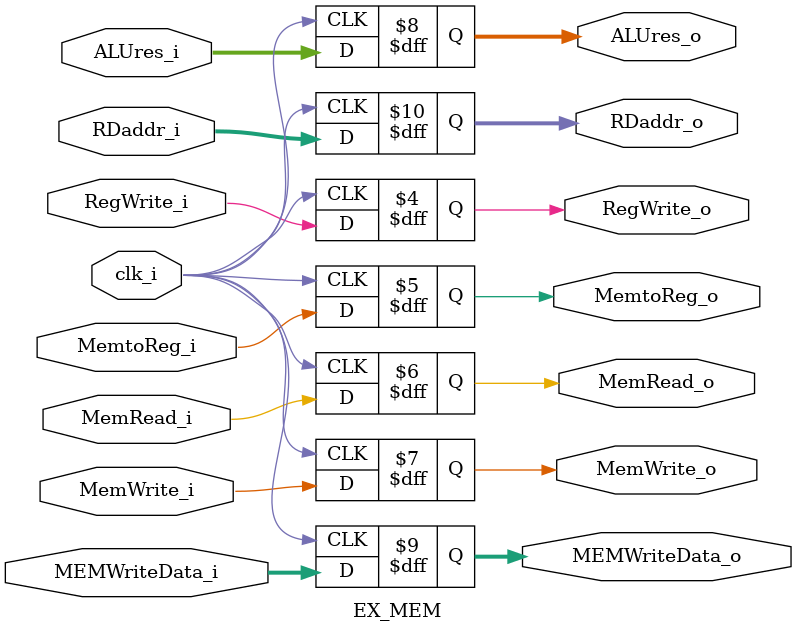
<source format=v>
module EX_MEM
(
    clk_i,
    RegWrite_i,
    MemtoReg_i,
    MemRead_i,
    MemWrite_i,
    ALUres_i,
    MEMWriteData_i,
    RDaddr_i,
    RegWrite_o,
    MemtoReg_o,
    MemRead_o,
    MemWrite_o,
    ALUres_o,
    MEMWriteData_o,
    RDaddr_o,
);

input  clk_i, RegWrite_i, MemtoReg_i, MemRead_i, MemWrite_i;
input [31:0] ALUres_i, MEMWriteData_i;
input [4:0] RDaddr_i;

output reg RegWrite_o = 0, MemtoReg_o, MemRead_o, MemWrite_o = 0;
output reg [31:0] ALUres_o, MEMWriteData_o;
output reg [4:0] RDaddr_o;

always @ (posedge clk_i) begin
    RegWrite_o <= RegWrite_i;
    MemtoReg_o <= MemtoReg_i;
    MemRead_o <= MemRead_i;
    MemWrite_o <= MemWrite_i;
    ALUres_o <= ALUres_i;
    MEMWriteData_o <= MEMWriteData_i;
    RDaddr_o <= RDaddr_i;
end

endmodule
</source>
